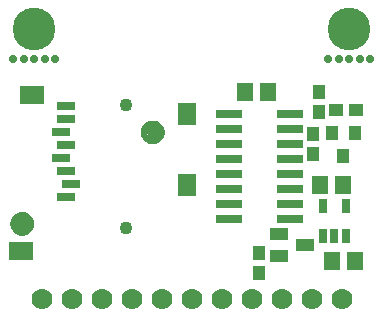
<source format=gbr>
G04 EAGLE Gerber RS-274X export*
G75*
%MOMM*%
%FSLAX34Y34*%
%LPD*%
%INSoldermask Top*%
%IPPOS*%
%AMOC8*
5,1,8,0,0,1.08239X$1,22.5*%
G01*
%ADD10C,0.701600*%
%ADD11C,1.101600*%
%ADD12C,0.500000*%
%ADD13R,1.501600X1.101600*%
%ADD14R,1.101600X1.176600*%
%ADD15R,2.001600X1.501600*%
%ADD16R,1.501600X1.901600*%
%ADD17R,1.601600X0.801600*%
%ADD18R,1.341600X1.601600*%
%ADD19R,2.301600X0.701600*%
%ADD20R,0.651600X1.301600*%
%ADD21R,1.101600X1.301600*%
%ADD22R,1.176600X1.101600*%
%ADD23C,1.778000*%
%ADD24C,3.617600*%


D10*
X27940Y139700D03*
X19050Y139700D03*
X10160Y139700D03*
X1270Y139700D03*
X-7620Y139700D03*
X294640Y139700D03*
X285750Y139700D03*
X276860Y139700D03*
X267970Y139700D03*
X259080Y139700D03*
D11*
X0Y0D03*
D12*
X0Y7500D02*
X-181Y7498D01*
X-362Y7491D01*
X-543Y7480D01*
X-724Y7465D01*
X-904Y7445D01*
X-1084Y7421D01*
X-1263Y7393D01*
X-1441Y7360D01*
X-1618Y7323D01*
X-1795Y7282D01*
X-1970Y7237D01*
X-2145Y7187D01*
X-2318Y7133D01*
X-2489Y7075D01*
X-2660Y7013D01*
X-2828Y6946D01*
X-2995Y6876D01*
X-3161Y6802D01*
X-3324Y6723D01*
X-3485Y6641D01*
X-3645Y6555D01*
X-3802Y6465D01*
X-3957Y6371D01*
X-4110Y6274D01*
X-4260Y6172D01*
X-4408Y6068D01*
X-4554Y5959D01*
X-4696Y5848D01*
X-4836Y5732D01*
X-4973Y5614D01*
X-5108Y5492D01*
X-5239Y5367D01*
X-5367Y5239D01*
X-5492Y5108D01*
X-5614Y4973D01*
X-5732Y4836D01*
X-5848Y4696D01*
X-5959Y4554D01*
X-6068Y4408D01*
X-6172Y4260D01*
X-6274Y4110D01*
X-6371Y3957D01*
X-6465Y3802D01*
X-6555Y3645D01*
X-6641Y3485D01*
X-6723Y3324D01*
X-6802Y3161D01*
X-6876Y2995D01*
X-6946Y2828D01*
X-7013Y2660D01*
X-7075Y2489D01*
X-7133Y2318D01*
X-7187Y2145D01*
X-7237Y1970D01*
X-7282Y1795D01*
X-7323Y1618D01*
X-7360Y1441D01*
X-7393Y1263D01*
X-7421Y1084D01*
X-7445Y904D01*
X-7465Y724D01*
X-7480Y543D01*
X-7491Y362D01*
X-7498Y181D01*
X-7500Y0D01*
X0Y7500D02*
X181Y7498D01*
X362Y7491D01*
X543Y7480D01*
X724Y7465D01*
X904Y7445D01*
X1084Y7421D01*
X1263Y7393D01*
X1441Y7360D01*
X1618Y7323D01*
X1795Y7282D01*
X1970Y7237D01*
X2145Y7187D01*
X2318Y7133D01*
X2489Y7075D01*
X2660Y7013D01*
X2828Y6946D01*
X2995Y6876D01*
X3161Y6802D01*
X3324Y6723D01*
X3485Y6641D01*
X3645Y6555D01*
X3802Y6465D01*
X3957Y6371D01*
X4110Y6274D01*
X4260Y6172D01*
X4408Y6068D01*
X4554Y5959D01*
X4696Y5848D01*
X4836Y5732D01*
X4973Y5614D01*
X5108Y5492D01*
X5239Y5367D01*
X5367Y5239D01*
X5492Y5108D01*
X5614Y4973D01*
X5732Y4836D01*
X5848Y4696D01*
X5959Y4554D01*
X6068Y4408D01*
X6172Y4260D01*
X6274Y4110D01*
X6371Y3957D01*
X6465Y3802D01*
X6555Y3645D01*
X6641Y3485D01*
X6723Y3324D01*
X6802Y3161D01*
X6876Y2995D01*
X6946Y2828D01*
X7013Y2660D01*
X7075Y2489D01*
X7133Y2318D01*
X7187Y2145D01*
X7237Y1970D01*
X7282Y1795D01*
X7323Y1618D01*
X7360Y1441D01*
X7393Y1263D01*
X7421Y1084D01*
X7445Y904D01*
X7465Y724D01*
X7480Y543D01*
X7491Y362D01*
X7498Y181D01*
X7500Y0D01*
X7498Y-181D01*
X7491Y-362D01*
X7480Y-543D01*
X7465Y-724D01*
X7445Y-904D01*
X7421Y-1084D01*
X7393Y-1263D01*
X7360Y-1441D01*
X7323Y-1618D01*
X7282Y-1795D01*
X7237Y-1970D01*
X7187Y-2145D01*
X7133Y-2318D01*
X7075Y-2489D01*
X7013Y-2660D01*
X6946Y-2828D01*
X6876Y-2995D01*
X6802Y-3161D01*
X6723Y-3324D01*
X6641Y-3485D01*
X6555Y-3645D01*
X6465Y-3802D01*
X6371Y-3957D01*
X6274Y-4110D01*
X6172Y-4260D01*
X6068Y-4408D01*
X5959Y-4554D01*
X5848Y-4696D01*
X5732Y-4836D01*
X5614Y-4973D01*
X5492Y-5108D01*
X5367Y-5239D01*
X5239Y-5367D01*
X5108Y-5492D01*
X4973Y-5614D01*
X4836Y-5732D01*
X4696Y-5848D01*
X4554Y-5959D01*
X4408Y-6068D01*
X4260Y-6172D01*
X4110Y-6274D01*
X3957Y-6371D01*
X3802Y-6465D01*
X3645Y-6555D01*
X3485Y-6641D01*
X3324Y-6723D01*
X3161Y-6802D01*
X2995Y-6876D01*
X2828Y-6946D01*
X2660Y-7013D01*
X2489Y-7075D01*
X2318Y-7133D01*
X2145Y-7187D01*
X1970Y-7237D01*
X1795Y-7282D01*
X1618Y-7323D01*
X1441Y-7360D01*
X1263Y-7393D01*
X1084Y-7421D01*
X904Y-7445D01*
X724Y-7465D01*
X543Y-7480D01*
X362Y-7491D01*
X181Y-7498D01*
X0Y-7500D01*
X-181Y-7498D01*
X-362Y-7491D01*
X-543Y-7480D01*
X-724Y-7465D01*
X-904Y-7445D01*
X-1084Y-7421D01*
X-1263Y-7393D01*
X-1441Y-7360D01*
X-1618Y-7323D01*
X-1795Y-7282D01*
X-1970Y-7237D01*
X-2145Y-7187D01*
X-2318Y-7133D01*
X-2489Y-7075D01*
X-2660Y-7013D01*
X-2828Y-6946D01*
X-2995Y-6876D01*
X-3161Y-6802D01*
X-3324Y-6723D01*
X-3485Y-6641D01*
X-3645Y-6555D01*
X-3802Y-6465D01*
X-3957Y-6371D01*
X-4110Y-6274D01*
X-4260Y-6172D01*
X-4408Y-6068D01*
X-4554Y-5959D01*
X-4696Y-5848D01*
X-4836Y-5732D01*
X-4973Y-5614D01*
X-5108Y-5492D01*
X-5239Y-5367D01*
X-5367Y-5239D01*
X-5492Y-5108D01*
X-5614Y-4973D01*
X-5732Y-4836D01*
X-5848Y-4696D01*
X-5959Y-4554D01*
X-6068Y-4408D01*
X-6172Y-4260D01*
X-6274Y-4110D01*
X-6371Y-3957D01*
X-6465Y-3802D01*
X-6555Y-3645D01*
X-6641Y-3485D01*
X-6723Y-3324D01*
X-6802Y-3161D01*
X-6876Y-2995D01*
X-6946Y-2828D01*
X-7013Y-2660D01*
X-7075Y-2489D01*
X-7133Y-2318D01*
X-7187Y-2145D01*
X-7237Y-1970D01*
X-7282Y-1795D01*
X-7323Y-1618D01*
X-7360Y-1441D01*
X-7393Y-1263D01*
X-7421Y-1084D01*
X-7445Y-904D01*
X-7465Y-724D01*
X-7480Y-543D01*
X-7491Y-362D01*
X-7498Y-181D01*
X-7500Y0D01*
D11*
X110490Y77470D03*
D12*
X110490Y84970D02*
X110309Y84968D01*
X110128Y84961D01*
X109947Y84950D01*
X109766Y84935D01*
X109586Y84915D01*
X109406Y84891D01*
X109227Y84863D01*
X109049Y84830D01*
X108872Y84793D01*
X108695Y84752D01*
X108520Y84707D01*
X108345Y84657D01*
X108172Y84603D01*
X108001Y84545D01*
X107830Y84483D01*
X107662Y84416D01*
X107495Y84346D01*
X107329Y84272D01*
X107166Y84193D01*
X107005Y84111D01*
X106845Y84025D01*
X106688Y83935D01*
X106533Y83841D01*
X106380Y83744D01*
X106230Y83642D01*
X106082Y83538D01*
X105936Y83429D01*
X105794Y83318D01*
X105654Y83202D01*
X105517Y83084D01*
X105382Y82962D01*
X105251Y82837D01*
X105123Y82709D01*
X104998Y82578D01*
X104876Y82443D01*
X104758Y82306D01*
X104642Y82166D01*
X104531Y82024D01*
X104422Y81878D01*
X104318Y81730D01*
X104216Y81580D01*
X104119Y81427D01*
X104025Y81272D01*
X103935Y81115D01*
X103849Y80955D01*
X103767Y80794D01*
X103688Y80631D01*
X103614Y80465D01*
X103544Y80298D01*
X103477Y80130D01*
X103415Y79959D01*
X103357Y79788D01*
X103303Y79615D01*
X103253Y79440D01*
X103208Y79265D01*
X103167Y79088D01*
X103130Y78911D01*
X103097Y78733D01*
X103069Y78554D01*
X103045Y78374D01*
X103025Y78194D01*
X103010Y78013D01*
X102999Y77832D01*
X102992Y77651D01*
X102990Y77470D01*
X110490Y84970D02*
X110671Y84968D01*
X110852Y84961D01*
X111033Y84950D01*
X111214Y84935D01*
X111394Y84915D01*
X111574Y84891D01*
X111753Y84863D01*
X111931Y84830D01*
X112108Y84793D01*
X112285Y84752D01*
X112460Y84707D01*
X112635Y84657D01*
X112808Y84603D01*
X112979Y84545D01*
X113150Y84483D01*
X113318Y84416D01*
X113485Y84346D01*
X113651Y84272D01*
X113814Y84193D01*
X113975Y84111D01*
X114135Y84025D01*
X114292Y83935D01*
X114447Y83841D01*
X114600Y83744D01*
X114750Y83642D01*
X114898Y83538D01*
X115044Y83429D01*
X115186Y83318D01*
X115326Y83202D01*
X115463Y83084D01*
X115598Y82962D01*
X115729Y82837D01*
X115857Y82709D01*
X115982Y82578D01*
X116104Y82443D01*
X116222Y82306D01*
X116338Y82166D01*
X116449Y82024D01*
X116558Y81878D01*
X116662Y81730D01*
X116764Y81580D01*
X116861Y81427D01*
X116955Y81272D01*
X117045Y81115D01*
X117131Y80955D01*
X117213Y80794D01*
X117292Y80631D01*
X117366Y80465D01*
X117436Y80298D01*
X117503Y80130D01*
X117565Y79959D01*
X117623Y79788D01*
X117677Y79615D01*
X117727Y79440D01*
X117772Y79265D01*
X117813Y79088D01*
X117850Y78911D01*
X117883Y78733D01*
X117911Y78554D01*
X117935Y78374D01*
X117955Y78194D01*
X117970Y78013D01*
X117981Y77832D01*
X117988Y77651D01*
X117990Y77470D01*
X117988Y77289D01*
X117981Y77108D01*
X117970Y76927D01*
X117955Y76746D01*
X117935Y76566D01*
X117911Y76386D01*
X117883Y76207D01*
X117850Y76029D01*
X117813Y75852D01*
X117772Y75675D01*
X117727Y75500D01*
X117677Y75325D01*
X117623Y75152D01*
X117565Y74981D01*
X117503Y74810D01*
X117436Y74642D01*
X117366Y74475D01*
X117292Y74309D01*
X117213Y74146D01*
X117131Y73985D01*
X117045Y73825D01*
X116955Y73668D01*
X116861Y73513D01*
X116764Y73360D01*
X116662Y73210D01*
X116558Y73062D01*
X116449Y72916D01*
X116338Y72774D01*
X116222Y72634D01*
X116104Y72497D01*
X115982Y72362D01*
X115857Y72231D01*
X115729Y72103D01*
X115598Y71978D01*
X115463Y71856D01*
X115326Y71738D01*
X115186Y71622D01*
X115044Y71511D01*
X114898Y71402D01*
X114750Y71298D01*
X114600Y71196D01*
X114447Y71099D01*
X114292Y71005D01*
X114135Y70915D01*
X113975Y70829D01*
X113814Y70747D01*
X113651Y70668D01*
X113485Y70594D01*
X113318Y70524D01*
X113150Y70457D01*
X112979Y70395D01*
X112808Y70337D01*
X112635Y70283D01*
X112460Y70233D01*
X112285Y70188D01*
X112108Y70147D01*
X111931Y70110D01*
X111753Y70077D01*
X111574Y70049D01*
X111394Y70025D01*
X111214Y70005D01*
X111033Y69990D01*
X110852Y69979D01*
X110671Y69972D01*
X110490Y69970D01*
X110309Y69972D01*
X110128Y69979D01*
X109947Y69990D01*
X109766Y70005D01*
X109586Y70025D01*
X109406Y70049D01*
X109227Y70077D01*
X109049Y70110D01*
X108872Y70147D01*
X108695Y70188D01*
X108520Y70233D01*
X108345Y70283D01*
X108172Y70337D01*
X108001Y70395D01*
X107830Y70457D01*
X107662Y70524D01*
X107495Y70594D01*
X107329Y70668D01*
X107166Y70747D01*
X107005Y70829D01*
X106845Y70915D01*
X106688Y71005D01*
X106533Y71099D01*
X106380Y71196D01*
X106230Y71298D01*
X106082Y71402D01*
X105936Y71511D01*
X105794Y71622D01*
X105654Y71738D01*
X105517Y71856D01*
X105382Y71978D01*
X105251Y72103D01*
X105123Y72231D01*
X104998Y72362D01*
X104876Y72497D01*
X104758Y72634D01*
X104642Y72774D01*
X104531Y72916D01*
X104422Y73062D01*
X104318Y73210D01*
X104216Y73360D01*
X104119Y73513D01*
X104025Y73668D01*
X103935Y73825D01*
X103849Y73985D01*
X103767Y74146D01*
X103688Y74309D01*
X103614Y74475D01*
X103544Y74642D01*
X103477Y74810D01*
X103415Y74981D01*
X103357Y75152D01*
X103303Y75325D01*
X103253Y75500D01*
X103208Y75675D01*
X103167Y75852D01*
X103130Y76029D01*
X103097Y76207D01*
X103069Y76386D01*
X103045Y76566D01*
X103025Y76746D01*
X103010Y76927D01*
X102999Y77108D01*
X102992Y77289D01*
X102990Y77470D01*
D13*
X239600Y-17780D03*
X217600Y-27280D03*
X217600Y-8280D03*
D14*
X200660Y-24520D03*
X200660Y-41520D03*
D15*
X8110Y109030D03*
X-890Y-22970D03*
D16*
X139110Y93030D03*
X139110Y33030D03*
D17*
X37110Y100030D03*
X37110Y89030D03*
X33110Y78030D03*
X37110Y67030D03*
X33110Y56030D03*
X37110Y45030D03*
X41110Y34030D03*
X37110Y23030D03*
D18*
X188620Y111760D03*
X207620Y111760D03*
D19*
X174660Y80010D03*
X226660Y54610D03*
X174660Y92710D03*
X174660Y67310D03*
X174660Y54610D03*
X226660Y67310D03*
X226660Y41910D03*
X226660Y29210D03*
X174660Y29210D03*
X226660Y3810D03*
X174660Y41910D03*
X174660Y16510D03*
X226660Y16510D03*
X174660Y3810D03*
X226660Y80010D03*
X226660Y92710D03*
D20*
X254660Y-10461D03*
X264160Y-10461D03*
X273660Y-10461D03*
X273660Y15541D03*
X254660Y15541D03*
D18*
X252120Y33020D03*
X271120Y33020D03*
X281280Y-31750D03*
X262280Y-31750D03*
D14*
X246380Y58810D03*
X246380Y75810D03*
D21*
X271780Y57310D03*
X262280Y77310D03*
X281280Y77310D03*
D22*
X265820Y96520D03*
X282820Y96520D03*
D14*
X251460Y94370D03*
X251460Y111370D03*
D23*
X270510Y-63500D03*
X245110Y-63500D03*
X219710Y-63500D03*
X194310Y-63500D03*
X168910Y-63500D03*
X143510Y-63500D03*
X118110Y-63500D03*
X92710Y-63500D03*
X67310Y-63500D03*
X41910Y-63500D03*
X16510Y-63500D03*
D24*
X10160Y165100D03*
X276860Y165100D03*
D11*
X87840Y-3140D03*
X87840Y100860D03*
M02*

</source>
